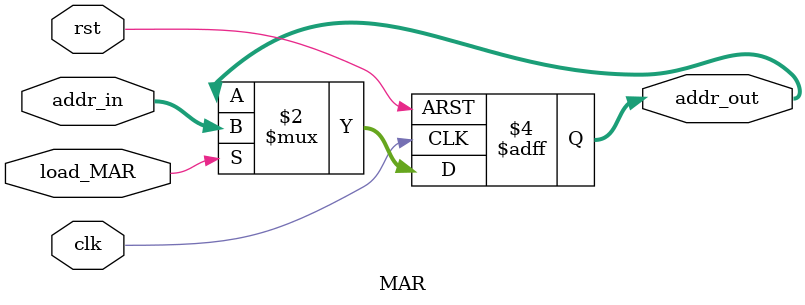
<source format=v>
`timescale 1ns / 1ps


module MAR(
    input clk,
    input rst,
    input wire [11:0] addr_in,
    input wire load_MAR,      // will be loaded when F1+F6+F10+F14+F24+F17+F20+F27+F47
   
    output reg [11:0] addr_out
    );
    
        
    always @(posedge clk or posedge rst )begin 
        if(rst)
            addr_out <= 12'b0;
        else if (load_MAR)
            addr_out <= addr_in;      
     end
endmodule

</source>
